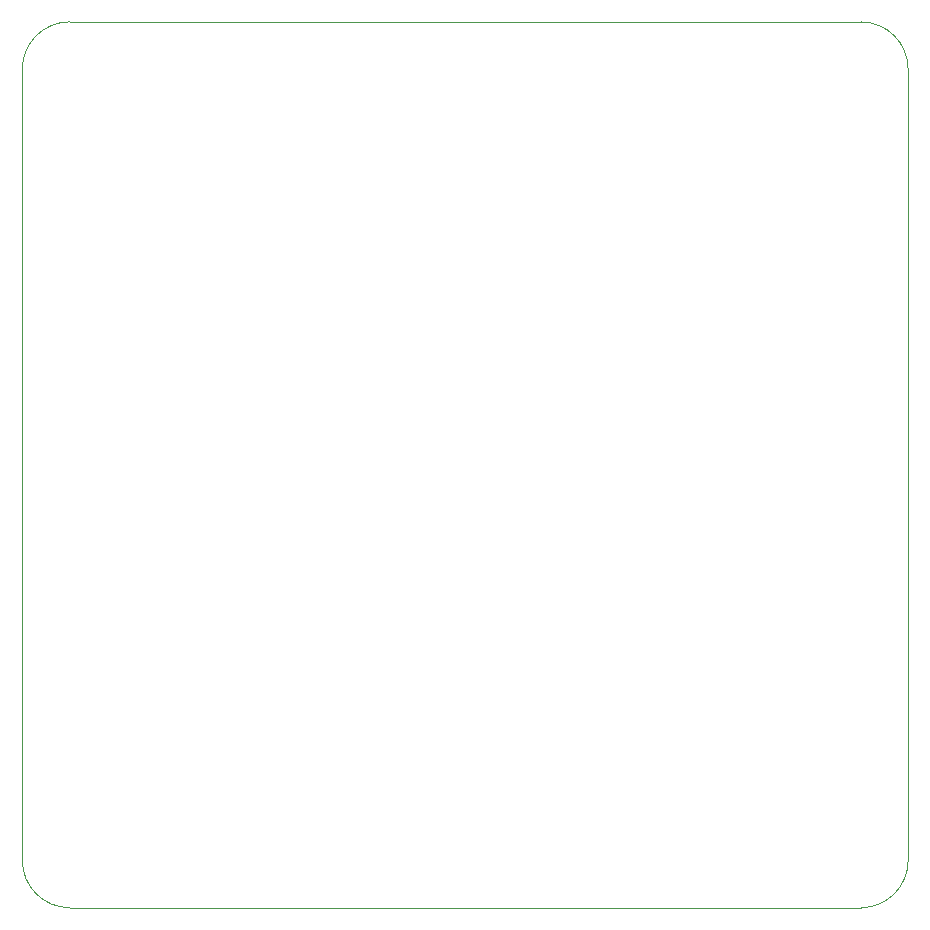
<source format=gbr>
%TF.GenerationSoftware,Altium Limited,Altium Designer,24.7.2 (38)*%
G04 Layer_Color=0*
%FSLAX43Y43*%
%MOMM*%
%TF.SameCoordinates,179ED5A7-1FD7-47B0-8EB6-D2B1FD869DB5*%
%TF.FilePolarity,Positive*%
%TF.FileFunction,Profile,NP*%
%TF.Part,Single*%
G01*
G75*
%TA.AperFunction,Profile*%
%ADD26C,0.025*%
D26*
X4003Y-3D02*
X70997D01*
D02*
G03*
X74996Y3997I-0J3999D01*
G01*
Y70997D01*
D02*
G03*
X70996Y74997I-4000J0D01*
G01*
X3997D01*
D02*
G03*
X-4Y70997I-0J-4000D01*
G01*
Y4003D01*
D02*
G03*
X4003Y-3I4006J0D01*
G01*
%TF.MD5,ef7899c246895fef67e417b698588c82*%
M02*

</source>
